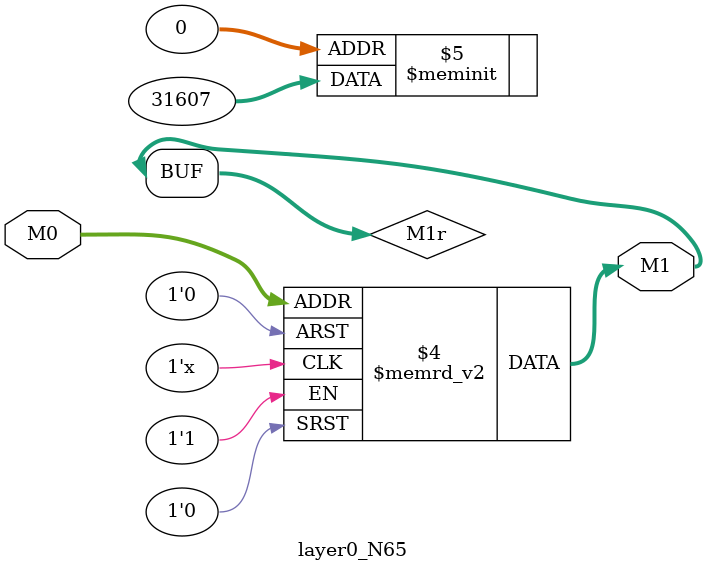
<source format=v>
module layer0_N65 ( input [3:0] M0, output [1:0] M1 );

	(*rom_style = "distributed" *) reg [1:0] M1r;
	assign M1 = M1r;
	always @ (M0) begin
		case (M0)
			4'b0000: M1r = 2'b11;
			4'b1000: M1r = 2'b00;
			4'b0100: M1r = 2'b11;
			4'b1100: M1r = 2'b00;
			4'b0010: M1r = 2'b11;
			4'b1010: M1r = 2'b00;
			4'b0110: M1r = 2'b11;
			4'b1110: M1r = 2'b00;
			4'b0001: M1r = 2'b01;
			4'b1001: M1r = 2'b00;
			4'b0101: M1r = 2'b10;
			4'b1101: M1r = 2'b00;
			4'b0011: M1r = 2'b01;
			4'b1011: M1r = 2'b00;
			4'b0111: M1r = 2'b01;
			4'b1111: M1r = 2'b00;

		endcase
	end
endmodule

</source>
